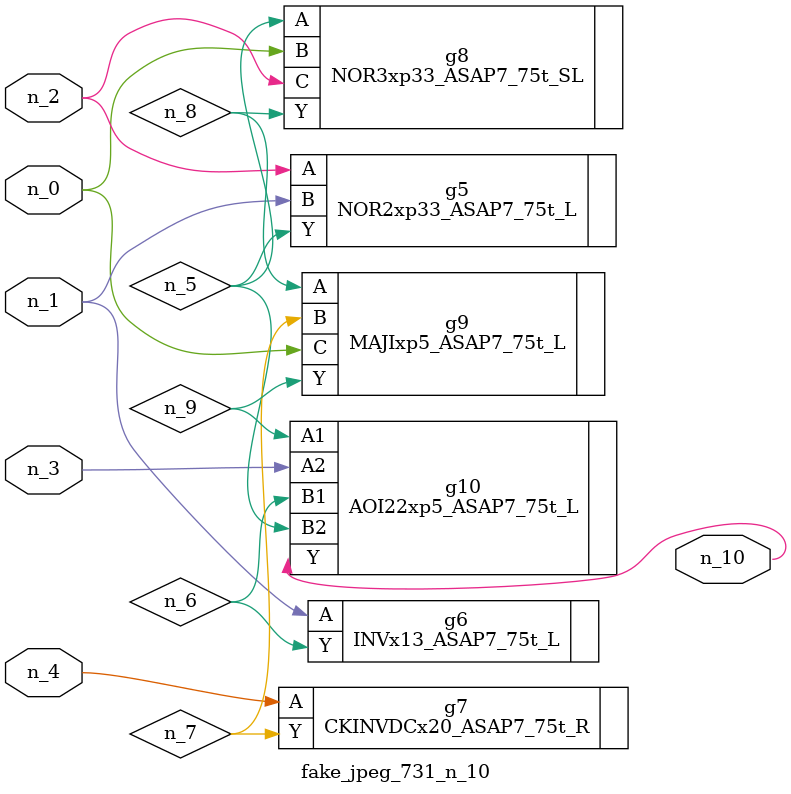
<source format=v>
module fake_jpeg_731_n_10 (n_3, n_2, n_1, n_0, n_4, n_10);

input n_3;
input n_2;
input n_1;
input n_0;
input n_4;

output n_10;

wire n_8;
wire n_9;
wire n_6;
wire n_5;
wire n_7;

NOR2xp33_ASAP7_75t_L g5 ( 
.A(n_2),
.B(n_1),
.Y(n_5)
);

INVx13_ASAP7_75t_L g6 ( 
.A(n_1),
.Y(n_6)
);

CKINVDCx20_ASAP7_75t_R g7 ( 
.A(n_4),
.Y(n_7)
);

NOR3xp33_ASAP7_75t_SL g8 ( 
.A(n_5),
.B(n_0),
.C(n_2),
.Y(n_8)
);

MAJIxp5_ASAP7_75t_L g9 ( 
.A(n_8),
.B(n_7),
.C(n_0),
.Y(n_9)
);

AOI22xp5_ASAP7_75t_L g10 ( 
.A1(n_9),
.A2(n_3),
.B1(n_6),
.B2(n_5),
.Y(n_10)
);


endmodule
</source>
